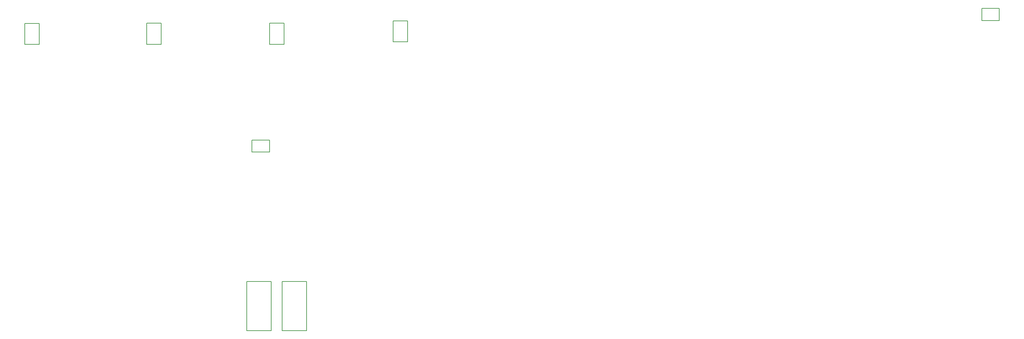
<source format=gbr>
%TF.GenerationSoftware,Altium Limited,Altium Designer,24.3.1 (35)*%
G04 Layer_Color=16711935*
%FSLAX45Y45*%
%MOMM*%
%TF.SameCoordinates,844131A9-2E1B-4A61-BE1F-69DE975881E6*%
%TF.FilePolarity,Positive*%
%TF.FileFunction,Other,Bottom_Courtyard*%
%TF.Part,Single*%
G01*
G75*
%TA.AperFunction,NonConductor*%
%ADD63C,0.20000*%
D63*
X6975955Y6697690D02*
X7436575D01*
Y7018310D01*
X6975955D02*
X7436575D01*
X6975955Y6697690D02*
Y7018310D01*
X7767400Y1997700D02*
Y3287700D01*
Y1997700D02*
X8412400D01*
Y3287700D01*
X7767400D02*
X8412400D01*
X6840300Y3286600D02*
X7485300D01*
Y1996600D02*
Y3286600D01*
X6840300Y1996600D02*
X7485300D01*
X6840300D02*
Y3286600D01*
X26646310Y10164790D02*
Y10485410D01*
X26185690Y10164790D02*
X26646310D01*
X26185690D02*
Y10485410D01*
X26646310D01*
X7442390Y9541790D02*
Y10092410D01*
Y9541790D02*
X7823010D01*
Y10092410D01*
X7442390D02*
X7823010D01*
X4203890Y9541790D02*
X4584510D01*
X4203890D02*
Y10092410D01*
X4584510D01*
Y9541790D02*
Y10092410D01*
X997140Y9535440D02*
X1377760D01*
X997140D02*
Y10086060D01*
X1377760D01*
Y9535440D02*
Y10086060D01*
X10693590Y10155910D02*
X11074210D01*
Y9605290D02*
Y10155910D01*
X10693590Y9605290D02*
X11074210D01*
X10693590D02*
Y10155910D01*
%TF.MD5,51e0e867f36cd9e12212275116c7b1d4*%
M02*

</source>
